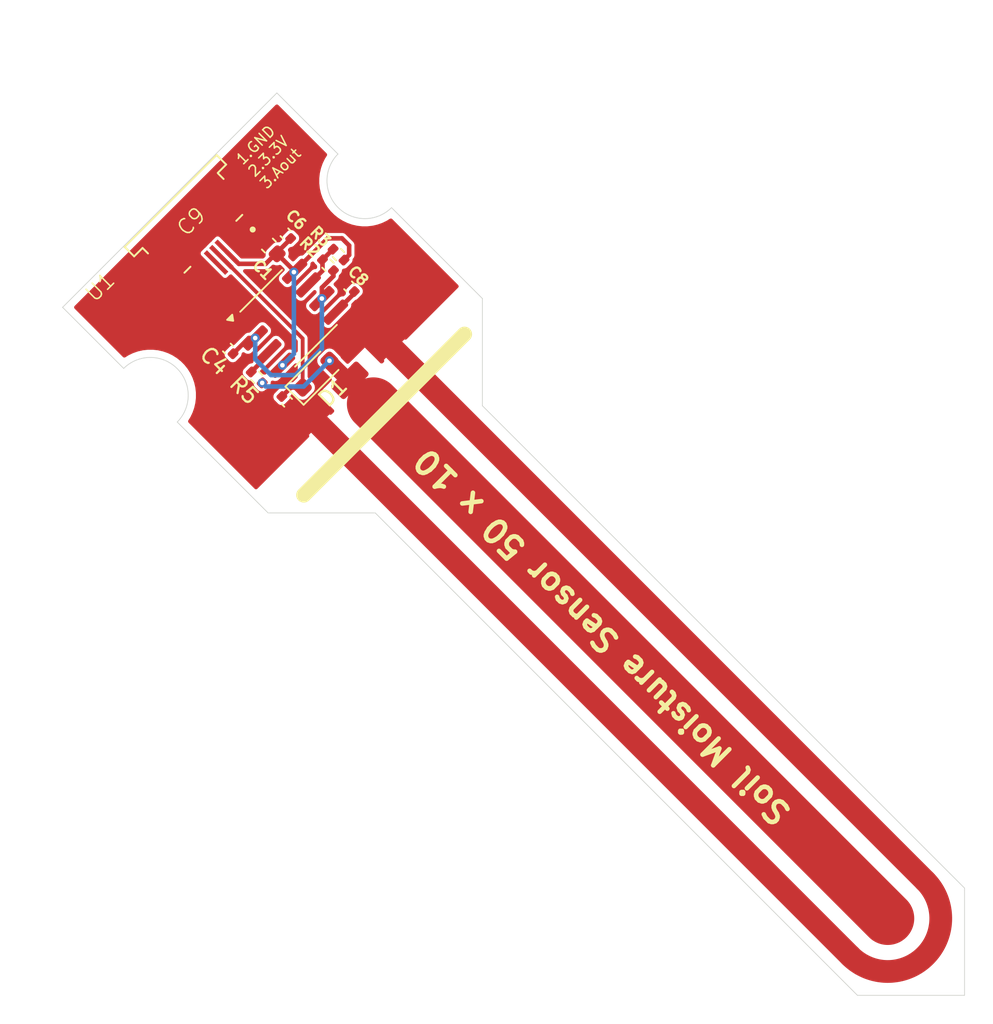
<source format=kicad_pcb>
(kicad_pcb (version 20241229) (generator "pcbnew") (generator_version "9.0")
  (layers (0 "F.Cu" signal) (2 "B.Cu" signal) (13 "F.Paste" user) (15 "B.Paste" user) (5 "F.SilkS" user "F.Silkscreen") (7 "B.SilkS" user "B.Silkscreen") (1 "F.Mask" user) (3 "B.Mask" user) (25 "Edge.Cuts" user))
  (net 0 "")
  (net 2 "GND")
  (net 3 "/SoilMoistureAout")
  (net 4 "+3.3V")
  (net 5 "Net-(D1-A)")
  (net 6 "Net-(U2-DIS)")
  (net 7 "Net-(U2-Q)")
  (net 8 "Net-(U2-THR)")
  (net 9 "Net-(U2-CV)")
  (footprint "Library:Soil Moisture Sensor 100x10" (layer "F.Cu") (at 76.95 80.05 45)
    (property "Reference" "C9" (at 0 -18 45) (layer "F.SilkS") (effects (font (thickness 0.1))))
    (property "Value" "1u")
    (fp_line (start 0 -1) (end 0 47) (stroke (width 3.5)) (layer "F.Cu"))
    (fp_line (start -3.5 47) (end -3.5 -2.5) (stroke (width 1.5)) (layer "F.Cu"))
    (fp_line (start 3.5 47) (end 3.5 -2.5) (stroke (width 1.5)) (layer "F.Cu"))
    (fp_arc (start 3.5 47) (mid 0 50.499999) (end -3.5 47) (stroke (width 1.5)) (layer "F.Cu"))
    (fp_line (start -7.5 0) (end 7.5 0) (stroke (width 1)) (layer "F.SilkS"))
    (fp_text user "Soil Moisture Sensor 50 x 10" (at 0.7 37.7 135) (layer "F.SilkS") (effects (font (size 1.5 1.5) (thickness 0.3) (bold yes)) (justify left bottom)))
    (pad "1" smd roundrect (at 0 -3.2 45) (size 2.4525 1.27) (layers "F.Cu") (roundrect_rratio 0.15) (net 5 "Net-(D1-A)"))
    (pad "2" smd roundrect (at -3.5 -3.2 45) (size 2.5 1.27) (layers "F.Cu") (roundrect_rratio 0.15) (net 2 "GND"))
    (pad "2" smd roundrect (at 3.5 -3.2 45) (size 2.5 1.27) (layers "F.Cu") (roundrect_rratio 0.15) (net 2 "GND"))
  )
  (footprint "Library:TE_84953-4_amazon" (layer "F.Cu") (at 66.388047 69.488047 -135)
    (property "Reference" "J1" (hide yes))
    (property "Value" "Conn_01x04_MountingPin")
    (fp_line (start 4.3 5) (end -4.2925 4.99) (stroke (width 0.127)) (layer "F.SilkS"))
    (fp_line (start 4.285 4.109999) (end 4.285 4.999999) (stroke (width 0.127)) (layer "F.SilkS"))
    (fp_line (start 4.285 4.109999) (end 3.5 4.11) (stroke (width 0.127)) (layer "F.SilkS"))
    (fp_line (start 3.5 3.6) (end 3.5 4.11) (stroke (width 0.127)) (layer "F.SilkS"))
    (fp_line (start 2.14 1) (end 2.7 1) (stroke (width 0.127)) (layer "F.SilkS"))
    (fp_line (start -4.2925 4.99) (end -4.2925 4.1) (stroke (width 0.127)) (layer "F.SilkS"))
    (fp_line (start -3.5075 4.1) (end -4.2925 4.1) (stroke (width 0.127)) (layer "F.SilkS"))
    (fp_line (start -3.5 3.545) (end -3.5 4.055) (stroke (width 0.127)) (layer "F.SilkS"))
    (fp_line (start -2.7 1) (end -2.14 1) (stroke (width 0.127)) (layer "F.SilkS"))
    (fp_circle (center -2.5 -0.17) (end -2.4 -0.17) (stroke (width 0.2)) (fill no) (layer "F.SilkS"))
    (pad "1" smd rect (at -0.75 0 225) (size 0.25 2) (layers "F.Cu" "F.Mask" "F.Paste") (net 2 "GND"))
    (pad "2" smd rect (at -0.25 0 225) (size 0.3 2) (layers "F.Cu" "F.Mask" "F.Paste") (net 4 "+3.3V"))
    (pad "3" smd rect (at 0.25 0 225) (size 0.3 2) (layers "F.Cu" "F.Mask" "F.Paste") (net 3 "/SoilMoistureAout"))
    (pad "4" smd rect (at 0.75 0 225) (size 0.3 2) (layers "F.Cu" "F.Mask" "F.Paste"))
    (pad "MP" smd rect (at -2.35 2.600001 225) (size 2.15 3) (layers "F.Cu" "F.Mask" "F.Paste") (net 2 "GND"))
    (pad "MP" smd rect (at 2.35 2.600001 225) (size 2.15 3) (layers "F.Cu" "F.Mask" "F.Paste") (net 2 "GND"))
  )
  (footprint "Capacitor_SMD:C_0402_1005Metric" (layer "F.Cu") (at 70.542234 79.195788 -45)
    (property "Reference" "C3" (hide yes))
    (property "Value" "1uF" (hide yes))
    (fp_line (start -0.107836 0.36) (end 0.107836 0.36) (stroke (width 0.12)) (layer "F.SilkS"))
    (fp_line (start -0.107836 -0.36) (end 0.107836 -0.36) (stroke (width 0.12)) (layer "F.SilkS"))
    (pad "1" smd roundrect (at -0.48 0 315) (size 0.56 0.62) (layers "F.Cu" "F.Mask" "F.Paste") (net 3 "/SoilMoistureAout"))
    (pad "2" smd roundrect (at 0.48 0 315) (size 0.56 0.62) (layers "F.Cu" "F.Mask" "F.Paste") (net 2 "GND"))
  )
  (footprint "Capacitor_SMD:C_0402_1005Metric" (layer "F.Cu") (at 66.642234 75.695788 135)
    (property "Reference" "C4" (at 0.070711 -1.202082 135) (layer "F.SilkS"))
    (property "Value" "1nF")
    (fp_line (start -0.107836 -0.36) (end 0.107836 -0.36) (stroke (width 0.12)) (layer "F.SilkS"))
    (fp_line (start -0.107836 0.36) (end 0.107836 0.36) (stroke (width 0.12)) (layer "F.SilkS"))
    (pad "1" smd roundrect (at -0.48 0 135) (size 0.56 0.62) (layers "F.Cu" "F.Mask" "F.Paste") (net 8 "Net-(U2-THR)"))
    (pad "2" smd roundrect (at 0.48 0 135) (size 0.56 0.62) (layers "F.Cu" "F.Mask" "F.Paste") (net 2 "GND"))
  )
  (footprint "Resistor_SMD:R_0402_1005Metric" (layer "F.Cu") (at 68.542234 77.595788 135)
    (property "Reference" "R5" (at 0 -1.17 135) (layer "F.SilkS"))
    (property "Value" "10K" (hide yes))
    (fp_line (start -0.153641 -0.38) (end 0.153641 -0.38) (stroke (width 0.12)) (layer "F.SilkS"))
    (fp_line (start -0.153641 0.38) (end 0.153641 0.38) (stroke (width 0.12)) (layer "F.SilkS"))
    (pad "1" smd roundrect (at -0.509999 0 135) (size 0.54 0.64) (layers "F.Cu" "F.Mask" "F.Paste") (net 5 "Net-(D1-A)"))
    (pad "2" smd roundrect (at 0.509999 0 135) (size 0.54 0.64) (layers "F.Cu" "F.Mask" "F.Paste") (net 7 "Net-(U2-Q)"))
  )
  (footprint "Library:Soil_Monitor_MainBorad_100x10" (layer "F.Cu") (at 79.9 83 45)
    (property "Reference" "U7" (hide yes))
    (property "Value" "~")
    (fp_line (start -5 0) (end -10 -5) (stroke (width 0.05)) (layer "Edge.Cuts"))
    (fp_line (start 5 0) (end 10 -5) (stroke (width 0.05)) (layer "Edge.Cuts"))
    (fp_line (start 5 0) (end 5 45) (stroke (width 0.05)) (layer "Edge.Cuts"))
    (fp_line (start -5 45) (end -5 0) (stroke (width 0.05)) (layer "Edge.Cuts"))
    (fp_line (start -0.000341 49.999658) (end -4.999658 45.000341) (stroke (width 0.05)) (layer "Edge.Cuts"))
    (fp_line (start 0.001936 49.998062) (end 4.998063 45.001936) (stroke (width 0.05)) (layer "Edge.Cuts"))
  )
  (footprint "Capacitor_SMD:C_0603_1608Metric" (layer "F.Cu") (at 69.342234 68.895788 135)
    (property "Reference" "C1" (at -0.848528 -1.414214 135) (layer "F.SilkS") (effects (font (size 0.7 0.7))))
    (property "Value" "C_Small")
    (fp_line (start -0.140581 -0.51) (end 0.140581 -0.51) (stroke (width 0.12)) (layer "F.SilkS"))
    (fp_line (start -0.140581 0.51) (end 0.140581 0.51) (stroke (width 0.12)) (layer "F.SilkS"))
    (pad "1" smd roundrect (at -0.775 0 135) (size 0.9 0.95) (layers "F.Cu" "F.Mask" "F.Paste") (net 4 "+3.3V"))
    (pad "2" smd roundrect (at 0.775 0 135) (size 0.9 0.95) (layers "F.Cu" "F.Mask" "F.Paste") (net 2 "GND"))
  )
  (footprint "Library:UpperBoard" (layer "F.Cu") (at 68.6 71.7 45)
    (property "Reference" "U1" (at -7.3 -7.4 45) (layer "F.SilkS") (effects (font (thickness 0.1))))
    (property "Value" "~")
    (fp_line (start -10 -8.2) (end 10 -8.2) (stroke (width 0.05)) (layer "Edge.Cuts"))
    (fp_line (start -10 -2.5) (end -10 -8.2) (stroke (width 0.05)) (layer "Edge.Cuts"))
    (fp_line (start -10 2.5) (end -10 6.5) (stroke (width 0.05)) (layer "Edge.Cuts"))
    (fp_line (start 10 -8.2) (end 10 -2.5) (stroke (width 0.05)) (layer "Edge.Cuts"))
    (fp_line (start 10 2.5) (end 10 6.5) (stroke (width 0.05)) (layer "Edge.Cuts"))
    (fp_arc (start -10 -2.5) (mid -7.5 0) (end -10 2.5) (stroke (width 0.05)) (layer "Edge.Cuts"))
    (fp_arc (start 10 2.5) (mid 7.5 0) (end 10 -2.5) (stroke (width 0.05)) (layer "Edge.Cuts"))
  )
  (footprint "Resistor_SMD:R_0402_1005Metric" (layer "F.Cu") (at 73.242234 70.195788 135)
    (property "Reference" "R2" (at 1.697056 0 135) (layer "F.SilkS") (effects (font (size 0.7 0.7))))
    (property "Value" "1.6K" (hide yes))
    (fp_line (start -0.153641 -0.38) (end 0.153641 -0.38) (stroke (width 0.12)) (layer "F.SilkS"))
    (fp_line (start -0.153641 0.38) (end 0.153641 0.38) (stroke (width 0.12)) (layer "F.SilkS"))
    (pad "1" smd roundrect (at -0.509999 0 135) (size 0.54 0.64) (layers "F.Cu" "F.Mask" "F.Paste") (net 8 "Net-(U2-THR)"))
    (pad "2" smd roundrect (at 0.509999 0 135) (size 0.54 0.64) (layers "F.Cu" "F.Mask" "F.Paste") (net 6 "Net-(U2-DIS)"))
  )
  (footprint "Capacitor_SMD:C_0402_1005Metric" (layer "F.Cu") (at 70.442234 68.095788 135)
    (property "Reference" "C6" (at 0.141421 1.131371 135) (layer "F.SilkS") (effects (font (size 0.7 0.7))))
    (property "Value" "100nF")
    (fp_line (start -0.107836 -0.36) (end 0.107836 -0.36) (stroke (width 0.12)) (layer "F.SilkS"))
    (fp_line (start -0.107836 0.36) (end 0.107836 0.36) (stroke (width 0.12)) (layer "F.SilkS"))
    (pad "1" smd roundrect (at -0.48 0 135) (size 0.56 0.62) (layers "F.Cu" "F.Mask" "F.Paste") (net 4 "+3.3V"))
    (pad "2" smd roundrect (at 0.48 0 135) (size 0.56 0.62) (layers "F.Cu" "F.Mask" "F.Paste") (net 2 "GND"))
  )
  (footprint "Resistor_SMD:R_0402_1005Metric" (layer "F.Cu") (at 73.942234 69.495788 -45)
    (property "Reference" "R3" (at -1.697056 0 135) (layer "F.SilkS") (effects (font (size 0.7 0.7))))
    (property "Value" "330" (hide yes))
    (fp_line (start -0.153641 0.38) (end 0.153641 0.38) (stroke (width 0.12)) (layer "F.SilkS"))
    (fp_line (start -0.153641 -0.38) (end 0.153641 -0.38) (stroke (width 0.12)) (layer "F.SilkS"))
    (pad "1" smd roundrect (at -0.509999 0 315) (size 0.54 0.64) (layers "F.Cu" "F.Mask" "F.Paste") (net 6 "Net-(U2-DIS)"))
    (pad "2" smd roundrect (at 0.509999 0 315) (size 0.54 0.64) (layers "F.Cu" "F.Mask" "F.Paste") (net 4 "+3.3V"))
  )
  (footprint "Capacitor_SMD:C_0402_1005Metric" (layer "F.Cu") (at 74.642234 71.595788 135)
    (property "Reference" "C8" (at 0.070711 0.919239 135) (layer "F.SilkS") (effects (font (size 0.7 0.7))))
    (property "Value" "10nF" (hide yes))
    (fp_line (start -0.107836 -0.36) (end 0.107836 -0.36) (stroke (width 0.12)) (layer "F.SilkS"))
    (fp_line (start -0.107836 0.36) (end 0.107836 0.36) (stroke (width 0.12)) (layer "F.SilkS"))
    (pad "1" smd roundrect (at -0.48 0 135) (size 0.56 0.62) (layers "F.Cu" "F.Mask" "F.Paste") (net 9 "Net-(U2-CV)"))
    (pad "2" smd roundrect (at 0.48 0 135) (size 0.56 0.62) (layers "F.Cu" "F.Mask" "F.Paste") (net 2 "GND"))
  )
  (footprint "Diode_SMD:D_SOD-323_HandSoldering" (layer "F.Cu") (at 72.458351 77.379671 45)
    (property "Reference" "D1" (at -0.070711 1.626346 45) (layer "F.SilkS"))
    (property "Value" "1N4148")
    (fp_line (start -2.01 -0.85) (end -2.01 0.85) (stroke (width 0.12)) (layer "F.SilkS"))
    (fp_line (start -2.01 -0.85) (end 1.25 -0.85) (stroke (width 0.12)) (layer "F.SilkS"))
    (fp_line (start -2.01 0.85) (end 1.25 0.85) (stroke (width 0.12)) (layer "F.SilkS"))
    (pad "1" smd roundrect (at -1.249999 0 45) (size 1 1) (layers "F.Cu" "F.Mask" "F.Paste") (net 3 "/SoilMoistureAout"))
    (pad "2" smd roundrect (at 1.249999 0 45) (size 1 1) (layers "F.Cu" "F.Mask" "F.Paste") (net 5 "Net-(D1-A)"))
  )
  (footprint "Package_SO:SOIC-8_3.9x4.9mm_P1.27mm" (layer "F.Cu") (at 70.642234 73.695788 45)
    (property "Reference" "U2" (hide yes))
    (property "Value" "NE555D" (hide yes))
    (fp_line (start 0 -2.559999) (end -1.95 -2.56) (stroke (width 0.12)) (layer "F.SilkS"))
    (fp_line (start 0 -2.559999) (end 1.95 -2.56) (stroke (width 0.12)) (layer "F.SilkS"))
    (fp_line (start 0 2.559999) (end -1.95 2.56) (stroke (width 0.12)) (layer "F.SilkS"))
    (fp_line (start 0 2.559999) (end 1.95 2.56) (stroke (width 0.12)) (layer "F.SilkS"))
    (fp_poly (pts (xy -2.7 -2.465) (xy -2.939999 -2.795) (xy -2.46 -2.795)) (stroke (width 0.12)) (fill yes) (layer "F.SilkS"))
    (pad "1" smd roundrect (at -2.475 -1.905 45) (size 1.95 0.6) (layers "F.Cu" "F.Mask" "F.Paste") (net 2 "GND"))
    (pad "2" smd roundrect (at -2.475 -0.635 45) (size 1.95 0.6) (layers "F.Cu" "F.Mask" "F.Paste") (net 8 "Net-(U2-THR)"))
    (pad "3" smd roundrect (at -2.475 0.635 45) (size 1.95 0.6) (layers "F.Cu" "F.Mask" "F.Paste") (net 7 "Net-(U2-Q)"))
    (pad "4" smd roundrect (at -2.475 1.905 45) (size 1.95 0.6) (layers "F.Cu" "F.Mask" "F.Paste") (net 4 "+3.3V"))
    (pad "5" smd roundrect (at 2.475 1.905 45) (size 1.95 0.6) (layers "F.Cu" "F.Mask" "F.Paste") (net 9 "Net-(U2-CV)"))
    (pad "6" smd roundrect (at 2.475 0.635 45) (size 1.95 0.6) (layers "F.Cu" "F.Mask" "F.Paste") (net 8 "Net-(U2-THR)"))
    (pad "7" smd roundrect (at 2.475 -0.635 45) (size 1.95 0.6) (layers "F.Cu" "F.Mask" "F.Paste") (net 6 "Net-(U2-DIS)"))
    (pad "8" smd roundrect (at 2.475 -1.905 45) (size 1.95 0.6) (layers "F.Cu" "F.Mask" "F.Paste") (net 4 "+3.3V"))
  )
  (gr_line (start 69.293359 86.535494) (end 66.125126 83.367261) (stroke (width 0.05)) (layer "Edge.Cuts"))
  (gr_line (start 83.435563 72.393428) (end 80.267262 69.225127) (stroke (width 0.05)) (layer "Edge.Cuts"))
  (gr_text "1.GND\n2.3.3V\n3.Aout\n" (at 69.2 65.3 45) (layer "F.SilkS") (effects (font (size 0.7 0.7) (thickness 0.1)) (justify left bottom)))
  (segment (start 71.574468 78.263554) (end 71.574468 75.028022) (width 0.25) (layer "F.Cu") (net 3))
  (segment (start 71.574468 78.263554) (end 70.795646 78.263554) (width 0.3) (layer "F.Cu") (net 3))
  (segment (start 71.574468 75.028022) (end 66.21127 69.664824) (width 0.25) (layer "F.Cu") (net 3))
  (segment (start 70.795646 78.263554) (end 70.202823 78.856377) (width 0.3) (layer "F.Cu") (net 3))
  (segment (start 69.790242 69.343617) (end 71.045285 70.59866) (width 0.3) (layer "F.Cu") (net 4))
  (segment (start 71.045285 70.59866) (end 73.223701 68.420244) (width 0.3) (layer "F.Cu") (net 4))
  (segment (start 69.790242 69.243796) (end 69.790242 69.343617) (width 0.3) (layer "F.Cu") (net 4))
  (segment (start 70.681645 68.556377) (end 70.681645 68.535199) (width 0.3) (layer "F.Cu") (net 4))
  (segment (start 66.564824 69.31127) (end 67.357766 70.104212) (width 0.3) (layer "F.Cu") (net 4))
  (segment (start 69.13381 70.104212) (end 70.681645 68.556377) (width 0.3) (layer "F.Cu") (net 4))
  (segment (start 70.681645 68.535199) (end 70.781645 68.435199) (width 0.3) (layer "F.Cu") (net 4))
  (segment (start 74.16669 68.420244) (end 74.642234 68.895788) (width 0.3) (layer "F.Cu") (net 4))
  (segment (start 67.357766 70.104212) (end 69.13381 70.104212) (width 0.3) (layer "F.Cu") (net 4))
  (segment (start 74.642234 69.517036) (end 74.302858 69.856412) (width 0.3) (layer "F.Cu") (net 4))
  (segment (start 71.045285 70.59866) (end 70.995195 70.648749) (width 0.3) (layer "F.Cu") (net 4))
  (segment (start 74.642234 68.895788) (end 74.642234 69.517036) (width 0.3) (layer "F.Cu") (net 4))
  (segment (start 73.223701 68.420244) (end 74.16669 68.420244) (width 0.3) (layer "F.Cu") (net 4))
  (segment (start 70.239273 76.792827) (end 70.239183 76.792916) (width 0.3) (layer "F.Cu") (net 4))
  (via (at 70.239273 76.792827) (size 0.6) (drill 0.3) (layers "F.Cu" "B.Cu") (net 4))
  (via (at 70.995195 70.648749) (size 0.6) (drill 0.3) (layers "F.Cu" "B.Cu") (net 4))
  (segment (start 70.239273 76.792827) (end 70.995195 76.036905) (width 0.3) (layer "B.Cu") (net 4))
  (segment (start 70.995195 76.036905) (end 70.995195 70.648749) (width 0.3) (layer "B.Cu") (net 4))
  (segment (start 73.342234 76.542234) (end 73.342234 76.495788) (width 1) (layer "F.Cu") (net 5))
  (segment (start 75.154366 78.354366) (end 73.342234 76.542234) (width 1) (layer "F.Cu") (net 5))
  (via (at 73.342234 76.495788) (size 0.6) (drill 0.3) (layers "F.Cu" "B.Cu") (net 5))
  (via (at 68.902858 77.956412) (size 0.6) (drill 0.3) (layers "F.Cu" "B.Cu") (net 5))
  (segment (start 71.642234 78.195788) (end 73.342234 76.495788) (width 0.3) (layer "B.Cu") (net 5))
  (segment (start 69.142234 78.195788) (end 71.642234 78.195788) (width 0.3) (layer "B.Cu") (net 5))
  (segment (start 68.902858 77.956412) (end 69.142234 78.195788) (width 0.3) (layer "B.Cu") (net 5))
  (segment (start 73.58161 69.135164) (end 72.88161 69.835164) (width 0.3) (layer "F.Cu") (net 6))
  (segment (start 72.88161 70.558386) (end 71.94331 71.496686) (width 0.3) (layer "F.Cu") (net 6))
  (segment (start 72.88161 69.835164) (end 72.88161 70.558386) (width 0.3) (layer "F.Cu") (net 6))
  (segment (start 69.341158 76.075616) (end 68.18161 77.235164) (width 0.3) (layer "F.Cu") (net 7))
  (segment (start 69.341158 75.89489) (end 69.341158 76.075616) (width 0.3) (layer "F.Cu") (net 7))
  (segment (start 72.841336 71.67482) (end 72.841336 72.394712) (width 0.3) (layer "F.Cu") (net 8))
  (segment (start 68.443132 74.996864) (end 68.01998 74.996864) (width 0.3) (layer "F.Cu") (net 8))
  (segment (start 68.01998 74.996864) (end 66.981645 76.035199) (width 0.3) (layer "F.Cu") (net 8))
  (segment (start 73.602858 70.556412) (end 73.602858 70.913298) (width 0.3) (layer "F.Cu") (net 8))
  (segment (start 73.602858 70.913298) (end 72.841336 71.67482) (width 0.3) (layer "F.Cu") (net 8))
  (via (at 72.841336 72.394712) (size 0.6) (drill 0.3) (layers "F.Cu" "B.Cu") (net 8))
  (via (at 68.443132 74.996864) (size 0.6) (drill 0.3) (layers "F.Cu" "B.Cu") (net 8))
  (segment (start 68.443132 74.996864) (end 68.443132 75.91734) (width 0.3) (layer "B.Cu") (net 8))
  (segment (start 71.094195 77.443827) (end 72.841336 75.696686) (width 0.3) (layer "B.Cu") (net 8))
  (segment (start 68.443132 75.91734) (end 68.442234 75.918238) (width 0.3) (layer "B.Cu") (net 8))
  (segment (start 68.442234 76.395788) (end 69.490273 77.443827) (width 0.3) (layer "B.Cu") (net 8))
  (segment (start 68.442234 75.918238) (end 68.442234 76.395788) (width 0.3) (layer "B.Cu") (net 8))
  (segment (start 72.841336 75.696686) (end 72.841336 72.394712) (width 0.3) (layer "B.Cu") (net 8))
  (segment (start 69.490273 77.443827) (end 71.094195 77.443827) (width 0.3) (layer "B.Cu") (net 8))
  (segment (start 74.981645 72.050454) (end 73.739362 73.292737) (width 0.3) (layer "F.Cu") (net 9))
  (segment (start 74.981645 71.935199) (end 74.981645 72.050454) (width 0.3) (layer "F.Cu") (net 9))
  (zone (net 2) (net_name "GND") (layers "F.Cu" "B.Cu") (priority 1) (connect_pads yes (clearance 0.1)) (min_thickness 0.25) (fill yes (thermal_gap 0.5) (thermal_bridge_width 0.5))
    (polygon (pts (xy 69.6 52.7) (xy 85.658276 67.845068) (xy 66.486546 87.041679) (xy 51.6 71.7)))
  )
  (zone (net 0) (net_name "") (layers "F.Cu" "B.Cu") (connect_pads (clearance 0)) (min_thickness 0.25)
    (keepout (tracks allowed) (vias allowed) (pads allowed) (copperpour not_allowed) (footprints allowed))
    (fill (thermal_gap 0.5) (thermal_bridge_width 0.5))
    (polygon (pts (xy 73.8 79.9) (xy 72.6 78.7) (xy 75.675 75.625) (xy 76.86467 76.81467) (xy 76.875 76.825)))
  )
)
</source>
